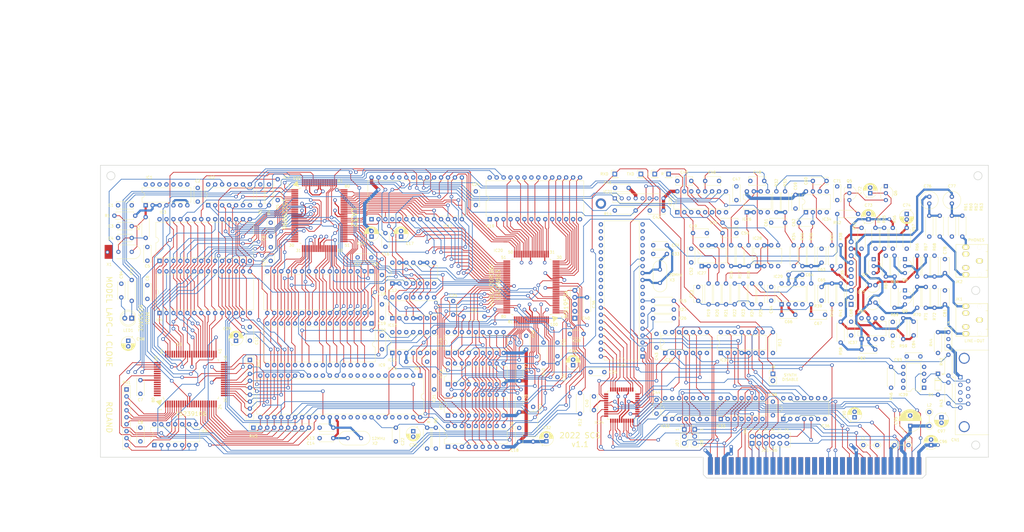
<source format=kicad_pcb>
(kicad_pcb (version 20211014) (generator pcbnew)

  (general
    (thickness 1.6)
  )

  (paper "A3")
  (title_block
    (date "2018-12-15")
  )

  (layers
    (0 "F.Cu" signal)
    (1 "In1.Cu" power)
    (2 "In2.Cu" power)
    (31 "B.Cu" signal)
    (32 "B.Adhes" user "B.Adhesive")
    (33 "F.Adhes" user "F.Adhesive")
    (34 "B.Paste" user)
    (35 "F.Paste" user)
    (36 "B.SilkS" user "B.Silkscreen")
    (37 "F.SilkS" user "F.Silkscreen")
    (38 "B.Mask" user)
    (39 "F.Mask" user)
    (40 "Dwgs.User" user "User.Drawings")
    (41 "Cmts.User" user "User.Comments")
    (42 "Eco1.User" user "User.Eco1")
    (43 "Eco2.User" user "User.Eco2")
    (44 "Edge.Cuts" user)
    (45 "Margin" user)
    (46 "B.CrtYd" user "B.Courtyard")
    (47 "F.CrtYd" user "F.Courtyard")
    (48 "B.Fab" user)
    (49 "F.Fab" user)
  )

  (setup
    (pad_to_mask_clearance 0.2)
    (pcbplotparams
      (layerselection 0x00010f0_ffffffff)
      (disableapertmacros false)
      (usegerberextensions false)
      (usegerberattributes false)
      (usegerberadvancedattributes false)
      (creategerberjobfile false)
      (svguseinch false)
      (svgprecision 6)
      (excludeedgelayer true)
      (plotframeref false)
      (viasonmask false)
      (mode 1)
      (useauxorigin false)
      (hpglpennumber 1)
      (hpglpenspeed 20)
      (hpglpendiameter 15.000000)
      (dxfpolygonmode true)
      (dxfimperialunits true)
      (dxfusepcbnewfont true)
      (psnegative false)
      (psa4output false)
      (plotreference true)
      (plotvalue true)
      (plotinvisibletext false)
      (sketchpadsonfab false)
      (subtractmaskfromsilk false)
      (outputformat 1)
      (mirror false)
      (drillshape 0)
      (scaleselection 1)
      (outputdirectory "")
    )
  )

  (net 0 "")
  (net 1 "GND")
  (net 2 "Net-(C13-Pad1)")
  (net 3 "Net-(C14-Pad1)")
  (net 4 "Net-(C22-Pad1)")
  (net 5 "/ISA/IRQ")
  (net 6 "Net-(BUS1-Pad21)")
  (net 7 "Net-(BUS1-Pad22)")
  (net 8 "Net-(BUS1-Pad23)")
  (net 9 "Net-(BUS1-Pad24)")
  (net 10 "Net-(BUS1-Pad25)")
  (net 11 "Net-(BUS1-Pad4)")
  (net 12 "~{RESET}")
  (net 13 "AD8")
  (net 14 "AD9")
  (net 15 "AD10")
  (net 16 "AD11")
  (net 17 "AD12")
  (net 18 "AD13")
  (net 19 "AD14")
  (net 20 "AD15")
  (net 21 "AD0")
  (net 22 "AD1")
  (net 23 "AD2")
  (net 24 "AD3")
  (net 25 "AD4")
  (net 26 "AD5")
  (net 27 "AD6")
  (net 28 "AD7")
  (net 29 "~{WR}")
  (net 30 "A13")
  (net 31 "A8")
  (net 32 "A9")
  (net 33 "A0")
  (net 34 "A11")
  (net 35 "A1")
  (net 36 "~{RD}")
  (net 37 "A2")
  (net 38 "A10")
  (net 39 "A3")
  (net 40 "~{RAM_CS}")
  (net 41 "A4")
  (net 42 "A5")
  (net 43 "A6")
  (net 44 "A7")
  (net 45 "A12")
  (net 46 "A14")
  (net 47 "~{ROM_CS}")
  (net 48 "A15")
  (net 49 "/ISA/ISA_RST")
  (net 50 "LA32_SH3")
  (net 51 "ALE")
  (net 52 "/Rverb/DRA0")
  (net 53 "/Rverb/DRA1")
  (net 54 "/Rverb/DRA2")
  (net 55 "/Rverb/DRA3")
  (net 56 "/Rverb/DRA4")
  (net 57 "/Rverb/DRA5")
  (net 58 "/Rverb/DRA6")
  (net 59 "/Rverb/DRA7")
  (net 60 "/Rverb/DRD0")
  (net 61 "/Rverb/DRD1")
  (net 62 "/Rverb/DRD2")
  (net 63 "/Rverb/DRD3")
  (net 64 "/Rverb/DRD4")
  (net 65 "/Rverb/DRD5")
  (net 66 "/Rverb/DRD6")
  (net 67 "/Rverb/DRD7")
  (net 68 "/Rverb/DRD8")
  (net 69 "/Rverb/DRD9")
  (net 70 "/Rverb/DRD10")
  (net 71 "/Rverb/DRD11")
  (net 72 "/Rverb/DRD12")
  (net 73 "/Rverb/DRD13")
  (net 74 "/Rverb/DRD14")
  (net 75 "/Rverb/DRD15")
  (net 76 "SD4")
  (net 77 "SD5")
  (net 78 "SD6")
  (net 79 "SD7")
  (net 80 "SD8")
  (net 81 "SD9")
  (net 82 "SD10")
  (net 83 "SD11")
  (net 84 "SD12")
  (net 85 "SD13")
  (net 86 "SD14")
  (net 87 "SD15")
  (net 88 "SD3")
  (net 89 "SD2")
  (net 90 "SD1")
  (net 91 "SD0")
  (net 92 "/Rverb/ROMA12")
  (net 93 "/Rverb/ROMA7")
  (net 94 "/Rverb/ROMA8")
  (net 95 "/Rverb/ROMA6")
  (net 96 "/Rverb/ROMA5")
  (net 97 "/Rverb/ROMA9")
  (net 98 "/Rverb/ROMA4")
  (net 99 "/Rverb/ROMA11")
  (net 100 "/Rverb/ROMA3")
  (net 101 "/Rverb/ROMA10")
  (net 102 "/Rverb/ROMA2")
  (net 103 "/Rverb/ROMA1")
  (net 104 "/Rverb/ROMD7")
  (net 105 "/Rverb/ROMA0")
  (net 106 "/Rverb/ROMD6")
  (net 107 "/Rverb/ROMD0")
  (net 108 "/Rverb/ROMD5")
  (net 109 "/Rverb/ROMD1")
  (net 110 "/Rverb/ROMD4")
  (net 111 "/Rverb/ROMD2")
  (net 112 "/Rverb/ROMD3")
  (net 113 "RVB_SH0")
  (net 114 "RVB_SH1")
  (net 115 "RVB_CLK")
  (net 116 "RVB_STB1")
  (net 117 "RVB_STB0")
  (net 118 "RVB_INSTB")
  (net 119 "~{RVB_OE}")
  (net 120 "PWM")
  (net 121 "RVB_A14")
  (net 122 "RVB_A13")
  (net 123 "LED")
  (net 124 "~{LA32_CS}")
  (net 125 "CLK_16")
  (net 126 "LA32_SH2")
  (net 127 "LA32_SH0")
  (net 128 "LA32_SH1")
  (net 129 "/LA32/RA18")
  (net 130 "/LA32/RA19")
  (net 131 "/LA32/RA15")
  (net 132 "/LA32/RA17")
  (net 133 "/LA32/RA14")
  (net 134 "/LA32/RA12")
  (net 135 "/LA32/RA13")
  (net 136 "/LA32/RA7")
  (net 137 "/LA32/RA8")
  (net 138 "/LA32/RA6")
  (net 139 "/LA32/RA9")
  (net 140 "/LA32/RA5")
  (net 141 "/LA32/RA4")
  (net 142 "/LA32/RA11")
  (net 143 "/LA32/RA3")
  (net 144 "/LA32/RA16")
  (net 145 "/LA32/RA10")
  (net 146 "/LA32/RA2")
  (net 147 "/LA32/RD7")
  (net 148 "/LA32/RA1")
  (net 149 "/LA32/RA0")
  (net 150 "/LA32/RD6")
  (net 151 "/LA32/RD0")
  (net 152 "/LA32/RD5")
  (net 153 "/LA32/RD1")
  (net 154 "/LA32/RD2")
  (net 155 "/LA32/RD4")
  (net 156 "/LA32/RD3")
  (net 157 "~{LA32_OE}")
  (net 158 "LA32_INT")
  (net 159 "Net-(C3-Pad1)")
  (net 160 "Net-(C4-Pad1)")
  (net 161 "Net-(C16-Pad1)")
  (net 162 "INH")
  (net 163 "~{LA32_SH1}")
  (net 164 "~{LA32_SH2}")
  (net 165 "Net-(C25-Pad1)")
  (net 166 "~{LA32_SH3}")
  (net 167 "Net-(C36-Pad1)")
  (net 168 "RVB_5V")
  (net 169 "-5VA")
  (net 170 "Net-(BUS1-Pad6)")
  (net 171 "Net-(BUS1-Pad7)")
  (net 172 "Net-(BUS1-Pad8)")
  (net 173 "Net-(BUS1-Pad9)")
  (net 174 "Net-(BUS1-Pad11)")
  (net 175 "Net-(BUS1-Pad12)")
  (net 176 "Net-(BUS1-Pad15)")
  (net 177 "Net-(BUS1-Pad16)")
  (net 178 "Net-(BUS1-Pad17)")
  (net 179 "Net-(BUS1-Pad18)")
  (net 180 "Net-(BUS1-Pad19)")
  (net 181 "Net-(BUS1-Pad20)")
  (net 182 "Net-(BUS1-Pad26)")
  (net 183 "Net-(BUS1-Pad27)")
  (net 184 "Net-(BUS1-Pad28)")
  (net 185 "Net-(BUS1-Pad30)")
  (net 186 "Net-(BUS1-Pad32)")
  (net 187 "Net-(BUS1-Pad41)")
  (net 188 "Net-(BUS1-Pad43)")
  (net 189 "Net-(BUS1-Pad44)")
  (net 190 "Net-(BUS1-Pad45)")
  (net 191 "Net-(BUS1-Pad46)")
  (net 192 "Net-(BUS1-Pad47)")
  (net 193 "Net-(BUS1-Pad48)")
  (net 194 "Net-(BUS1-Pad49)")
  (net 195 "Net-(BUS1-Pad50)")
  (net 196 "Net-(BUS1-Pad51)")
  (net 197 "Net-(BUS1-Pad52)")
  (net 198 "~{MPU_RESET}")
  (net 199 "/DAC/R-REV")
  (net 200 "/DAC/L-REV")
  (net 201 "/DAC/L-SYN1")
  (net 202 "/DAC/R-SYN1")
  (net 203 "/DAC/R-SYN2")
  (net 204 "/ISA/ISA_DB7")
  (net 205 "/ISA/ISA_DB6")
  (net 206 "/ISA/ISA_DB5")
  (net 207 "/ISA/ISA_DB4")
  (net 208 "/ISA/ISA_DB3")
  (net 209 "/ISA/ISA_DB2")
  (net 210 "/ISA/ISA_DB1")
  (net 211 "/ISA/ISA_DB0")
  (net 212 "MPU_D0")
  (net 213 "MPU_D1")
  (net 214 "MPU_D2")
  (net 215 "MPU_D3")
  (net 216 "MPU_D4")
  (net 217 "MPU_D5")
  (net 218 "MPU_D6")
  (net 219 "MPU_D7")
  (net 220 "/ISA/ISA_BA5")
  (net 221 "/ISA/ISA_BA9")
  (net 222 "/ISA/ISA_BA8")
  (net 223 "/ISA/ISA_BA7")
  (net 224 "/ISA/ISA_BA6")
  (net 225 "/ISA/ISA_BA4")
  (net 226 "Net-(BUS1-Pad59)")
  (net 227 "/ISA/ISA_BA2")
  (net 228 "/ISA/ISA_BA1")
  (net 229 "/ISA/ISA_BA0")
  (net 230 "/ISA/ISA_AEN")
  (net 231 "ISA_-5V")
  (net 232 "/ISA/~{ISA_IOR}")
  (net 233 "/ISA/DSR")
  (net 234 "/ISA/~{HCS}")
  (net 235 "Net-(L4-Pad1)")
  (net 236 "+5VA")
  (net 237 "/ISA/HA0")
  (net 238 "/ISA/~{HRD}")
  (net 239 "/ISA/~{ISA_IOW}")
  (net 240 "~{MPU_IDW}")
  (net 241 "~{MPU_IDR}")
  (net 242 "MPU_DSR")
  (net 243 "MPU_DRR")
  (net 244 "MPU_CRR")
  (net 245 "L-DAC")
  (net 246 "R-DAC")
  (net 247 "/DAC/L-SYN2")
  (net 248 "Net-(C64-Pad2)")
  (net 249 "Net-(C64-Pad1)")
  (net 250 "R_AMP")
  (net 251 "Net-(C66-Pad2)")
  (net 252 "Net-(C66-Pad1)")
  (net 253 "Net-(C67-Pad1)")
  (net 254 "L_AMP")
  (net 255 "Net-(C60-Pad2)")
  (net 256 "Net-(C60-Pad1)")
  (net 257 "Net-(C62-Pad2)")
  (net 258 "Net-(C62-Pad1)")
  (net 259 "Net-(C61-Pad1)")
  (net 260 "Net-(C31-Pad1)")
  (net 261 "Net-(C74-Pad2)")
  (net 262 "Net-(C82-Pad2)")
  (net 263 "Net-(C84-Pad2)")
  (net 264 "Net-(C77-Pad1)")
  (net 265 "Net-(C76-Pad2)")
  (net 266 "Net-(C76-Pad1)")
  (net 267 "Net-(Q5-Pad3)")
  (net 268 "Net-(Q5-Pad2)")
  (net 269 "Net-(C72-Pad1)")
  (net 270 "Net-(C78-Pad1)")
  (net 271 "Net-(Q8-Pad3)")
  (net 272 "Net-(Q8-Pad2)")
  (net 273 "Net-(C75-Pad2)")
  (net 274 "Net-(C75-Pad1)")
  (net 275 "Net-(C80-Pad1)")
  (net 276 "Net-(C81-Pad1)")
  (net 277 "Net-(Q9-Pad3)")
  (net 278 "Net-(Q9-Pad2)")
  (net 279 "Net-(Q7-Pad3)")
  (net 280 "Net-(Q7-Pad2)")
  (net 281 "Net-(C73-Pad1)")
  (net 282 "Net-(C33-Pad1)")
  (net 283 "Net-(C34-Pad1)")
  (net 284 "Net-(CN1-Pad1)")
  (net 285 "Net-(CN1-Pad4)")
  (net 286 "Net-(CN1-Pad5)")
  (net 287 "Net-(CN1-Pad6)")
  (net 288 "Net-(CN1-Pad7)")
  (net 289 "Net-(CN1-Pad8)")
  (net 290 "Net-(CN1-Pad9)")
  (net 291 "Net-(D1-Pad1)")
  (net 292 "Net-(IC1-Pad8)")
  (net 293 "Net-(IC1-Pad10)")
  (net 294 "Net-(IC1-Pad12)")
  (net 295 "Net-(IC1-Pad6)")
  (net 296 "Net-(IC13-Pad6)")
  (net 297 "Net-(IC2-Pad10)")
  (net 298 "Net-(IC2-Pad12)")
  (net 299 "Net-(IC5-Pad1)")
  (net 300 "Net-(IC5-Pad2)")
  (net 301 "Net-(IC5-Pad3)")
  (net 302 "Net-(IC5-Pad4)")
  (net 303 "Net-(IC5-Pad5)")
  (net 304 "Net-(IC5-Pad6)")
  (net 305 "Net-(IC5-Pad7)")
  (net 306 "Net-(IC5-Pad8)")
  (net 307 "Net-(IC5-Pad9)")
  (net 308 "Net-(IC5-Pad10)")
  (net 309 "Net-(IC5-Pad13)")
  (net 310 "Net-(IC5-Pad14)")
  (net 311 "Net-(IC5-Pad15)")
  (net 312 "Net-(IC5-Pad16)")
  (net 313 "Net-(IC5-Pad39)")
  (net 314 "Net-(IC5-Pad40)")
  (net 315 "Net-(IC5-Pad41)")
  (net 316 "Net-(IC5-Pad60)")
  (net 317 "Net-(IC5-Pad61)")
  (net 318 "Net-(IC5-Pad64)")
  (net 319 "Net-(IC5-Pad65)")
  (net 320 "Net-(IC5-Pad69)")
  (net 321 "Net-(IC5-Pad70)")
  (net 322 "Net-(IC5-Pad71)")
  (net 323 "Net-(IC5-Pad74)")
  (net 324 "Net-(IC5-Pad75)")
  (net 325 "Net-(IC5-Pad76)")
  (net 326 "Net-(IC5-Pad77)")
  (net 327 "Net-(IC5-Pad78)")
  (net 328 "Net-(IC5-Pad79)")
  (net 329 "Net-(IC5-Pad80)")
  (net 330 "Net-(IC6-Pad1)")
  (net 331 "Net-(IC6-Pad4)")
  (net 332 "Net-(IC7-Pad4)")
  (net 333 "Net-(IC7-Pad27)")
  (net 334 "Net-(IC7-Pad39)")
  (net 335 "Net-(IC7-Pad42)")
  (net 336 "Net-(IC7-Pad54)")
  (net 337 "Net-(IC7-Pad77)")
  (net 338 "Net-(IC7-Pad85)")
  (net 339 "Net-(IC7-Pad86)")
  (net 340 "Net-(IC7-Pad87)")
  (net 341 "Net-(IC7-Pad88)")
  (net 342 "Net-(IC7-Pad89)")
  (net 343 "Net-(IC7-Pad92)")
  (net 344 "Net-(IC7-Pad93)")
  (net 345 "Net-(IC7-Pad95)")
  (net 346 "Net-(IC7-Pad97)")
  (net 347 "Net-(IC7-Pad99)")
  (net 348 "Net-(IC8-Pad1)")
  (net 349 "Net-(IC14-Pad10)")
  (net 350 "Net-(IC9-Pad1)")
  (net 351 "Net-(IC10-Pad1)")
  (net 352 "Net-(IC10-Pad2)")
  (net 353 "Net-(IC10-Pad3)")
  (net 354 "Net-(IC10-Pad4)")
  (net 355 "Net-(IC10-Pad5)")
  (net 356 "Net-(IC10-Pad6)")
  (net 357 "Net-(IC10-Pad7)")
  (net 358 "Net-(IC10-Pad8)")
  (net 359 "Net-(IC10-Pad9)")
  (net 360 "Net-(IC10-Pad10)")
  (net 361 "Net-(IC10-Pad13)")
  (net 362 "Net-(IC10-Pad15)")
  (net 363 "Net-(IC10-Pad16)")
  (net 364 "Net-(IC10-Pad40)")
  (net 365 "Net-(IC10-Pad42)")
  (net 366 "Net-(IC10-Pad47)")
  (net 367 "Net-(IC11-Pad1)")
  (net 368 "Net-(IC11-Pad4)")
  (net 369 "Net-(IC11-Pad19)")
  (net 370 "Net-(IC11-Pad20)")
  (net 371 "Net-(IC11-Pad23)")
  (net 372 "Net-(IC11-Pad24)")
  (net 373 "Net-(IC12-Pad8)")
  (net 374 "Net-(IC12-Pad12)")
  (net 375 "Net-(IC13-Pad12)")
  (net 376 "Net-(IC14-Pad8)")
  (net 377 "Net-(IC14-Pad12)")
  (net 378 "Net-(IC15-Pad4)")
  (net 379 "Net-(IC15-Pad5)")
  (net 380 "Net-(IC19-Pad1)")
  (net 381 "Net-(IC20-Pad3)")
  (net 382 "Net-(IC20-Pad4)")
  (net 383 "Net-(IC20-Pad6)")
  (net 384 "Net-(IC20-Pad7)")
  (net 385 "Net-(IC20-Pad8)")
  (net 386 "Net-(IC20-Pad14)")
  (net 387 "Net-(IC20-Pad17)")
  (net 388 "Net-(IC20-Pad27)")
  (net 389 "Net-(IC20-Pad51)")
  (net 390 "Net-(IC20-Pad64)")
  (net 391 "Net-(IC20-Pad79)")
  (net 392 "Net-(IC21-Pad6)")
  (net 393 "Net-(IC22-Pad21)")
  (net 394 "Net-(IC22-Pad22)")
  (net 395 "Net-(IC22-Pad23)")
  (net 396 "Net-(IC22-Pad24)")
  (net 397 "Net-(IC22-Pad25)")
  (net 398 "Net-(IC22-Pad26)")
  (net 399 "Net-(IC22-Pad27)")
  (net 400 "Net-(IC22-Pad28)")
  (net 401 "Net-(IC22-Pad29)")
  (net 402 "Net-(IC22-Pad32)")
  (net 403 "Net-(IC22-Pad14)")
  (net 404 "Net-(IC22-Pad15)")
  (net 405 "Net-(IC22-Pad16)")
  (net 406 "Net-(IC22-Pad17)")
  (net 407 "Net-(IC22-Pad18)")
  (net 408 "Net-(IC22-Pad19)")
  (net 409 "Net-(IC22-Pad20)")
  (net 410 "Net-(IC24-Pad37)")
  (net 411 "Net-(IC24-Pad38)")
  (net 412 "Net-(IC24-Pad39)")
  (net 413 "Net-(IC24-Pad40)")
  (net 414 "Net-(IC25-Pad5)")
  (net 415 "Net-(IC25-Pad1)")
  (net 416 "Net-(IC26-Pad6)")
  (net 417 "Net-(IC26-Pad1)")
  (net 418 "Net-(IC27-Pad6)")
  (net 419 "Net-(IC27-Pad1)")
  (net 420 "Net-(IC28-Pad6)")
  (net 421 "Net-(IC28-Pad1)")
  (net 422 "Net-(IC30-Pad10)")
  (net 423 "Net-(IC30-Pad11)")
  (net 424 "Net-(IC31-Pad1)")
  (net 425 "Net-(IC31-Pad3)")
  (net 426 "Net-(IC31-Pad10)")
  (net 427 "Net-(IC32-Pad2)")
  (net 428 "Net-(IC32-Pad3)")
  (net 429 "Net-(IC32-Pad4)")
  (net 430 "Net-(IC32-Pad11)")
  (net 431 "Net-(IC32-Pad5)")
  (net 432 "Net-(IC33-Pad10)")
  (net 433 "Net-(IC33-Pad12)")
  (net 434 "Net-(IC33-Pad6)")
  (net 435 "Net-(IC36-Pad3)")
  (net 436 "Net-(JK1-Pad3)")
  (net 437 "Net-(JK1-Pad4)")
  (net 438 "Net-(JK2-Pad2)")
  (net 439 "Net-(JK2-Pad3)")
  (net 440 "Net-(JK2-Pad4)")
  (net 441 "Net-(JK2-Pad5)")
  (net 442 "ISA_+5V")
  (net 443 "Net-(IC1-Pad2)")
  (net 444 "/ISA/~{ISA_RST}")
  (net 445 "Net-(IC36-Pad8)")
  (net 446 "Net-(IC22-Pad6)")
  (net 447 "Net-(IC22-Pad7)")
  (net 448 "Net-(IC22-Pad8)")
  (net 449 "Net-(IC22-Pad9)")
  (net 450 "Net-(IC24-Pad1)")
  (net 451 "Net-(IC24-Pad7)")
  (net 452 "Net-(IC24-Pad26)")
  (net 453 "Net-(IC24-Pad32)")
  (net 454 "INT_MIDI_TX")
  (net 455 "INT_MIDI_RX")
  (net 456 "EXT_MIDI_RX")
  (net 457 "EXT_MIDI_TX")
  (net 458 "Net-(IC39-Pad4)")
  (net 459 "Net-(IC39-Pad7)")
  (net 460 "Net-(IC39-Pad1)")
  (net 461 "+5V")
  (net 462 "Net-(IC7-Pad78)")
  (net 463 "Net-(IC7-Pad53)")
  (net 464 "Net-(IC7-Pad28)")
  (net 465 "Net-(IC7-Pad3)")
  (net 466 "Net-(IC5-Pad72)")
  (net 467 "Net-(LED1-Pad1)")

  (footprint "Capacitor_THT:C_Disc_D6.0mm_W2.5mm_P5.00mm" (layer "F.Cu") (at 74.93 117.475 -90))

  (footprint "Capacitor_THT:C_Disc_D6.0mm_W2.5mm_P5.00mm" (layer "F.Cu") (at 74.93 131.445 -90))

  (footprint "Capacitor_THT:C_Disc_D5.0mm_W2.5mm_P5.00mm" (layer "F.Cu") (at 142.875 183.515 180))

  (footprint "Capacitor_THT:C_Disc_D5.0mm_W2.5mm_P5.00mm" (layer "F.Cu") (at 165.735 183.515 -90))

  (footprint "Resistor_THT:R_Axial_DIN0207_L6.3mm_D2.5mm_P7.62mm_Horizontal" (layer "F.Cu") (at 177.165 191.135 90))

  (footprint "Resistor_THT:R_Axial_DIN0207_L6.3mm_D2.5mm_P7.62mm_Horizontal" (layer "F.Cu") (at 180.34 183.515 -90))

  (footprint "Resistor_THT:R_Array_SIP9" (layer "F.Cu") (at 113.665 183.515))

  (footprint "Package_DIP:DIP-28_W15.24mm" (layer "F.Cu") (at 79.375 141.605 90))

  (footprint "Package_DIP:DIP-28_W15.24mm" (layer "F.Cu") (at 79.375 122.555 90))

  (footprint "Crystal:Crystal_HC49-4H_Vertical" (layer "F.Cu") (at 153.035 187.325 180))

  (footprint "Package_DIP:DIP-48_W15.24mm" (layer "F.Cu") (at 174.625 164.465 -90))

  (footprint "Resistor_THT:R_Array_SIP9" (layer "F.Cu") (at 112.395 158.75 -90))

  (footprint "Capacitor_THT:C_Disc_D5.0mm_W2.5mm_P5.00mm" (layer "F.Cu") (at 142.875 187.325 180))

  (footprint "Capacitor_THT:CP_Radial_D5.0mm_P2.00mm" (layer "F.Cu") (at 172.085 184.785 -90))

  (footprint "Resistor_THT:R_Array_SIP9" (layer "F.Cu") (at 67.31 169.545 -90))

  (footprint "Package_DIP:DIP-14_W7.62mm" (layer "F.Cu") (at 77.47 189.865 90))

  (footprint "Package_DIP:DIP-32_W15.24mm" (layer "F.Cu") (at 156.845 126.365 -90))

  (footprint "lapci_clone:PQFP-80_14x20mm_Pitch0.8mm_Roland" (layer "F.Cu") (at 90.805 165.735 90))

  (footprint "Capacitor_THT:C_Disc_D6.0mm_W2.5mm_P5.00mm" (layer "F.Cu") (at 72.39 183.515 -90))

  (footprint "Resistor_THT:R_Axial_DIN0207_L6.3mm_D2.5mm_P7.62mm_Horizontal" (layer "F.Cu") (at 74.295 114.173 90))

  (footprint "lapci_clone:Crystal_HC49-S_GND" (layer "F.Cu") (at 69.215 119.253 180))

  (footprint "Capacitor_THT:C_Disc_D5.0mm_W2.5mm_P5.00mm" (layer "F.Cu") (at 69.215 109.855 180))

  (footprint "Capacitor_THT:C_Disc_D5.0mm_W2.5mm_P5.00mm" (layer "F.Cu") (at 69.215 114.173 180))

  (footprint "Capacitor_THT:C_Disc_D6.0mm_W2.5mm_P5.00mm" (layer "F.Cu") (at 72.39 171.135 90))

  (footprint "Package_DIP:DIP-14_W7.62mm" (layer "F.Cu") (at 74.295 102.235 90))

  (footprint "Package_DIP:DIP-14_W7.62mm" (layer "F.Cu") (at 97.155 102.235 90))

  (footprint "Package_DIP:DIP-14_W7.62mm" (layer "F.Cu") (at 164.465 143.51 90))

  (footprint "Package_DIP:DIP-14_W7.62mm" (layer "F.Cu") (at 164.465 130.81 90))

  (footprint "Resistor_THT:R_Axial_DIN0207_L6.3mm_D2.5mm_P7.62mm_Horizontal" (layer "F.Cu") (at 177.165 159.385 180))

  (footprint "Package_DIP:DIP-14_W7.62mm" (layer "F.Cu") (at 164.465 156.21 90))

  (footprint "Package_DIP:DIP-32_W15.24mm" (layer "F.Cu") (at 156.845 145.415 -90))

  (footprint "Capacitor_THT:C_Disc_D6.0mm_W2.5mm_P5.00mm" (layer "F.Cu") (at 160.655 149.86 -90))

  (footprint "Capacitor_THT:C_Disc_D6.0mm_W2.5mm_P5.00mm" (layer "F.Cu")
    (tedit 5AE50EF0) (tstamp 00000000-0000-0000-0000-000060901768)
    (at 160.655 138.43 -90)
    (descr "C, Disc series, Radial, pin pitch=5.00mm, , diameter*width=6*2.5mm^2, Capacitor, http://cdn-reichelt.de/documents/datenblatt/B300/DS_KERKO_TC.pdf")
    (tags "C Disc series Radial pin pitch 5.00mm  diameter 6mm width 2.5mm Capacitor")
    (path "/00000000-0000-0000-0000-00005b2646db/00000000-0000-0000-0000-00005b39e65d")
    (attr through_hole)
    (fp_text reference "C19" (at 6.985 0 180) (layer "F.SilkS")
      (effects (font (size 1 1) (thickness 0.15)))
      (tstamp ff363141-f5a5-4273-ac38-80d285751217)
    )
    (fp_text value "0.1" (at 2.54 0 90) (layer "F.Fab")
      (effects (font (size 1 1) (thickness 0.15)))
      (tstamp e6d86cc8-802a-4c14-9950-fe394a25c691)
    )
    (fp_text user "${REFERENCE}" (at 6.985 0 180) (layer "F.Fab")
      (effects (font (size 1 1) (thickness 0.15)))
      (tstamp 6fb836e1-c1ee-43c2-96e0-46f9e31e89a4)
    )
    (fp_line (start 5.62 0.925) (end 5.62 1.37) (layer "F.SilkS") (width 0.12) (tstamp 015012a7-5abc-4152-a975-58e113e9d1ba))
    (fp_line (start -0.62 1.37) (end 5.62 1.37) (layer "F.SilkS") (width 0.12) (tstamp 192486bc-ee37-4153-8992-34150516be80))
    (fp_line (start -0.62 -1.37) (end 5.62 -1.37) (layer "F.SilkS") (width 0.12) (tstamp 3acd13d6-58ee-4f15-bf44-b1820991ed28))
    (fp_line (start 5.62 -1.37) (end 5.62 -0.925) (layer "F.SilkS") (width 0.12) (tstamp 6e7db16f-d823-4a21-87d3-6617900f5096))
    (fp_line (start -0.62 0.925) (end -0.62 1.37) (layer "F.SilkS") (width 0.12) (tstamp fa3696ee-b89f-4631-9d34-80067a8d40bc))
    (fp_line (start -0.62 -1.37) (end -0.62 -0.925) (layer "F.SilkS") (width 0.12) (tstamp ff154494-593a-426b-9630-38487586bdaf))
    (fp_line (start 6.05 1.5) (end 6.05 -1.5) (layer "F.CrtYd") (width 0.05) (tstamp 18797b23-f8e7-4d89-9d03-6edb394fee2a))
    (fp_line (start -1.05 -1.5) (end -1.05 1.5) (layer "F.CrtYd") (width 0.05) (tstamp 1bb358e8-251e-439d-90a5-3db00617f514))
    (fp_line (start -1.05 1.5) (end 6.05 1.5) (layer "F.CrtYd") (width 0.05) (tstamp 726c9c21-1d0a-43b7-9dbf-25d689f7fd9b))
    (fp_line (start 6.05 -1.5) (end -1.05 -1.5) (layer "F.CrtYd") (width 0.05) (tstamp e719a4d5-55de-46ae-8e2e-7937a91d76eb))
    (fp_line (start 5.5 -1.25) (end -0.5 -1.25) (layer "F.Fab") 
... [3883278 chars truncated]
</source>
